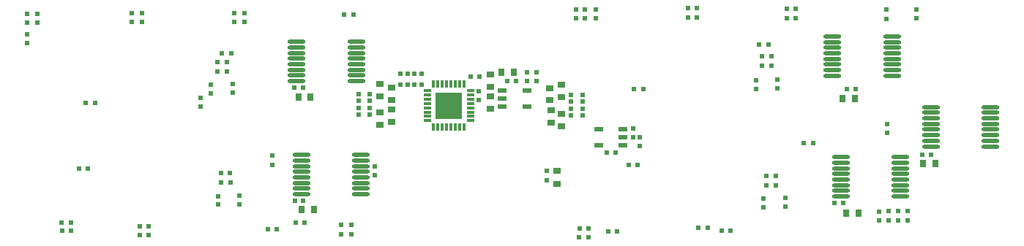
<source format=gtp>
G04*
G04 #@! TF.GenerationSoftware,Altium Limited,Altium Designer,18.1.9 (240)*
G04*
G04 Layer_Color=8421504*
%FSTAX44Y44*%
%MOMM*%
G71*
G01*
G75*
%ADD16R,0.6000X0.5500*%
%ADD17R,0.9000X0.7000*%
%ADD18O,2.1000X0.4500*%
%ADD19R,0.5000X0.6000*%
%ADD20R,0.6000X0.5000*%
%ADD21R,1.1000X0.6000*%
%ADD22R,0.9000X0.8000*%
%ADD23R,0.5500X0.6000*%
%ADD24R,0.6000X0.6000*%
%ADD25R,0.8000X0.9000*%
%ADD26R,0.6000X0.6000*%
%ADD27R,3.1496X3.1496*%
%ADD28R,0.3048X0.8128*%
%ADD29R,0.8128X0.3048*%
D16*
X007325Y00207036D02*
D03*
Y00217536D02*
D03*
X0084025Y00257D02*
D03*
Y002465D02*
D03*
X0083275Y00256878D02*
D03*
Y00267378D02*
D03*
X00709853Y00321648D02*
D03*
Y00332148D02*
D03*
X0072075D02*
D03*
Y00321648D02*
D03*
X0033274Y00302684D02*
D03*
Y00292184D02*
D03*
X00533446Y0022326D02*
D03*
Y0021276D02*
D03*
X0112649Y00261704D02*
D03*
Y00272204D02*
D03*
X01160018Y003948D02*
D03*
Y004053D02*
D03*
X01150112Y00171112D02*
D03*
Y00160612D02*
D03*
X01117346Y00170858D02*
D03*
Y00160358D02*
D03*
X01128268Y00171112D02*
D03*
Y00160612D02*
D03*
X0113919Y00171112D02*
D03*
Y00160612D02*
D03*
X01010158Y00395054D02*
D03*
Y00405554D02*
D03*
X0090678Y0039607D02*
D03*
Y0040657D02*
D03*
X00789686Y00394546D02*
D03*
Y00405046D02*
D03*
X01020826Y0039497D02*
D03*
Y0040547D02*
D03*
X00896112Y0039607D02*
D03*
Y0040657D02*
D03*
X01125982Y00394292D02*
D03*
Y00404792D02*
D03*
X00415036Y00224874D02*
D03*
Y00235374D02*
D03*
X004953Y00144356D02*
D03*
Y00154856D02*
D03*
X00262382Y0014334D02*
D03*
Y0015384D02*
D03*
X00506476Y00144356D02*
D03*
Y00154856D02*
D03*
X00272034Y0014334D02*
D03*
Y0015384D02*
D03*
X00371Y00400728D02*
D03*
Y00390228D02*
D03*
X00131572Y00365674D02*
D03*
Y00376174D02*
D03*
X00143256Y0040022D02*
D03*
Y0038972D02*
D03*
X0013208Y0040022D02*
D03*
Y0038972D02*
D03*
X0038354Y00400728D02*
D03*
Y00390228D02*
D03*
X0025273Y00400728D02*
D03*
Y00390228D02*
D03*
X00264922Y00400728D02*
D03*
Y00390228D02*
D03*
D17*
X00745Y002175D02*
D03*
Y002025D02*
D03*
D18*
X00518072Y00190754D02*
D03*
Y00197254D02*
D03*
Y00203754D02*
D03*
Y00210254D02*
D03*
Y00216754D02*
D03*
Y00223254D02*
D03*
Y00229754D02*
D03*
Y00236254D02*
D03*
X00449072Y00190754D02*
D03*
Y00197254D02*
D03*
Y00203754D02*
D03*
Y00210254D02*
D03*
Y00216754D02*
D03*
Y00223254D02*
D03*
Y00229754D02*
D03*
Y00236254D02*
D03*
X0107315Y0023368D02*
D03*
Y0022718D02*
D03*
Y0022068D02*
D03*
Y0021418D02*
D03*
Y0020768D02*
D03*
Y0020118D02*
D03*
Y0019468D02*
D03*
Y0018818D02*
D03*
X0114215Y0023368D02*
D03*
Y0022718D02*
D03*
Y0022068D02*
D03*
Y0021418D02*
D03*
Y0020768D02*
D03*
Y0020118D02*
D03*
Y0019468D02*
D03*
Y0018818D02*
D03*
X01177124Y0029171D02*
D03*
Y0028521D02*
D03*
Y0027871D02*
D03*
Y0027221D02*
D03*
Y0026571D02*
D03*
Y0025921D02*
D03*
Y0025271D02*
D03*
Y0024621D02*
D03*
X01246124Y0029171D02*
D03*
Y0028521D02*
D03*
Y0027871D02*
D03*
Y0027221D02*
D03*
Y0026571D02*
D03*
Y0025921D02*
D03*
Y0025271D02*
D03*
Y0024621D02*
D03*
X01063332Y00373668D02*
D03*
Y00367168D02*
D03*
Y00360668D02*
D03*
Y00354168D02*
D03*
Y00347668D02*
D03*
Y00341168D02*
D03*
Y00334668D02*
D03*
Y00328168D02*
D03*
X01132332Y00373668D02*
D03*
Y00367168D02*
D03*
Y00360668D02*
D03*
Y00354168D02*
D03*
Y00347668D02*
D03*
Y00341168D02*
D03*
Y00334668D02*
D03*
Y00328168D02*
D03*
X00443318Y00367572D02*
D03*
Y00361072D02*
D03*
Y00354572D02*
D03*
Y00348072D02*
D03*
Y00341572D02*
D03*
Y00335072D02*
D03*
Y00328572D02*
D03*
Y00322072D02*
D03*
X00512318Y00367572D02*
D03*
Y00361072D02*
D03*
Y00354572D02*
D03*
Y00348072D02*
D03*
Y00341572D02*
D03*
Y00335072D02*
D03*
Y00328572D02*
D03*
Y00322072D02*
D03*
D19*
X00377444Y0018915D02*
D03*
Y0017915D02*
D03*
X00352498Y00188642D02*
D03*
Y00178642D02*
D03*
X01008522Y00176356D02*
D03*
Y00186356D02*
D03*
X00983576Y00175848D02*
D03*
Y00185848D02*
D03*
X00999723Y0031341D02*
D03*
Y0032341D02*
D03*
X00974577Y00312902D02*
D03*
Y00322902D02*
D03*
X0065405Y00300054D02*
D03*
Y00310054D02*
D03*
X00369316Y00318436D02*
D03*
Y00308436D02*
D03*
X0034417Y00317928D02*
D03*
Y00307928D02*
D03*
D20*
X00451278Y0018288D02*
D03*
X00441278D02*
D03*
X01075356Y00180306D02*
D03*
X01065356D02*
D03*
X0117721Y00236728D02*
D03*
X0116721D02*
D03*
X01090088Y0031242D02*
D03*
X01080088D02*
D03*
X0044077Y00314706D02*
D03*
X0045077D02*
D03*
X00654986Y00327152D02*
D03*
X00644986D02*
D03*
X00802006Y00239D02*
D03*
X00812006D02*
D03*
X0068725Y00321818D02*
D03*
X0069725D02*
D03*
D21*
X00793208Y0024725D02*
D03*
Y0026625D02*
D03*
X00821208D02*
D03*
Y0025675D02*
D03*
Y0024725D02*
D03*
X00709556Y00311036D02*
D03*
Y00292036D02*
D03*
X00681556D02*
D03*
Y00301536D02*
D03*
Y00311036D02*
D03*
D22*
X00749554Y0028386D02*
D03*
Y0026986D02*
D03*
X007375Y00287942D02*
D03*
Y00273942D02*
D03*
X00553466Y00288766D02*
D03*
Y00274766D02*
D03*
X0053975Y002855D02*
D03*
Y002715D02*
D03*
X00667426Y0032925D02*
D03*
Y0031525D02*
D03*
X00736092Y00313578D02*
D03*
Y00299578D02*
D03*
X00749554Y00317642D02*
D03*
Y00303642D02*
D03*
X00553466Y00314214D02*
D03*
Y00300214D02*
D03*
X0053975Y00318484D02*
D03*
Y00304484D02*
D03*
X00667426Y00304102D02*
D03*
Y00290102D02*
D03*
D23*
X00989Y0036475D02*
D03*
X009785D02*
D03*
X00827616Y00224282D02*
D03*
X00838116D02*
D03*
X00992489Y00339716D02*
D03*
X00981989D02*
D03*
X00992349Y00350638D02*
D03*
X00981849D02*
D03*
X01040838Y0025025D02*
D03*
X01030338D02*
D03*
X00997582Y00212277D02*
D03*
X00987082D02*
D03*
X00945304Y00148082D02*
D03*
X00934804D02*
D03*
X00918888Y00151638D02*
D03*
X00908388D02*
D03*
X00780966Y00140462D02*
D03*
X00770466D02*
D03*
X0078122Y00150622D02*
D03*
X0077072D02*
D03*
X0081424Y0014732D02*
D03*
X0080374D02*
D03*
X00777156Y00405384D02*
D03*
X00766656D02*
D03*
X00776902Y00394546D02*
D03*
X00766402D02*
D03*
X00366504Y00215071D02*
D03*
X00356004D02*
D03*
X00442298Y0015748D02*
D03*
X00452798D02*
D03*
X00172042Y00148844D02*
D03*
X00182542D02*
D03*
X0042054Y00150368D02*
D03*
X0041004D02*
D03*
X00171788Y00157734D02*
D03*
X00182288D02*
D03*
X00498686Y00399288D02*
D03*
X00509186D02*
D03*
X00210016Y00296926D02*
D03*
X00199516D02*
D03*
X00357Y00354572D02*
D03*
X003675D02*
D03*
X003625Y00343632D02*
D03*
X00352D02*
D03*
X00362482Y0033275D02*
D03*
X00351982D02*
D03*
X00844434Y0031242D02*
D03*
X00833934D02*
D03*
X00997722Y00201355D02*
D03*
X00987222D02*
D03*
X002021Y00220336D02*
D03*
X001916D02*
D03*
X00356144Y00204149D02*
D03*
X00366644D02*
D03*
D24*
X00761088Y00281878D02*
D03*
Y00289878D02*
D03*
Y00297878D02*
D03*
Y00305878D02*
D03*
X00774088D02*
D03*
Y00297878D02*
D03*
Y00289878D02*
D03*
Y00281878D02*
D03*
X00528216Y00306974D02*
D03*
Y00298974D02*
D03*
Y00290974D02*
D03*
Y00282974D02*
D03*
X00515216D02*
D03*
Y00290974D02*
D03*
Y00298974D02*
D03*
Y00306974D02*
D03*
D25*
X006945Y0033225D02*
D03*
X006805D02*
D03*
X01079104Y00169164D02*
D03*
X01093104D02*
D03*
X01168258Y0022606D02*
D03*
X01182258D02*
D03*
X01089264Y00302006D02*
D03*
X01075264D02*
D03*
X00449358Y0017272D02*
D03*
X00463358D02*
D03*
X00445628Y00303784D02*
D03*
X00459628D02*
D03*
D26*
X00563818Y0033035D02*
D03*
X00571818D02*
D03*
X00579818D02*
D03*
X00587818D02*
D03*
Y0031735D02*
D03*
X00579818D02*
D03*
X00571818D02*
D03*
X00563818D02*
D03*
D27*
X00619506Y00293624D02*
D03*
D28*
X0060198Y00318516D02*
D03*
X0060706D02*
D03*
X00611886D02*
D03*
X00616966D02*
D03*
X00622046D02*
D03*
X00627126D02*
D03*
X00631952D02*
D03*
X00637032D02*
D03*
Y00268732D02*
D03*
X00631952D02*
D03*
X00627126D02*
D03*
X00622046D02*
D03*
X00616966D02*
D03*
X00611886D02*
D03*
X0060706D02*
D03*
X0060198D02*
D03*
D29*
X00644398Y0031115D02*
D03*
Y0030607D02*
D03*
Y00301244D02*
D03*
Y00296164D02*
D03*
Y00291084D02*
D03*
Y00286004D02*
D03*
Y00281178D02*
D03*
Y00276098D02*
D03*
X00594614D02*
D03*
Y00281178D02*
D03*
Y00286004D02*
D03*
Y00291084D02*
D03*
Y00296164D02*
D03*
Y00301244D02*
D03*
Y0030607D02*
D03*
Y0031115D02*
D03*
M02*

</source>
